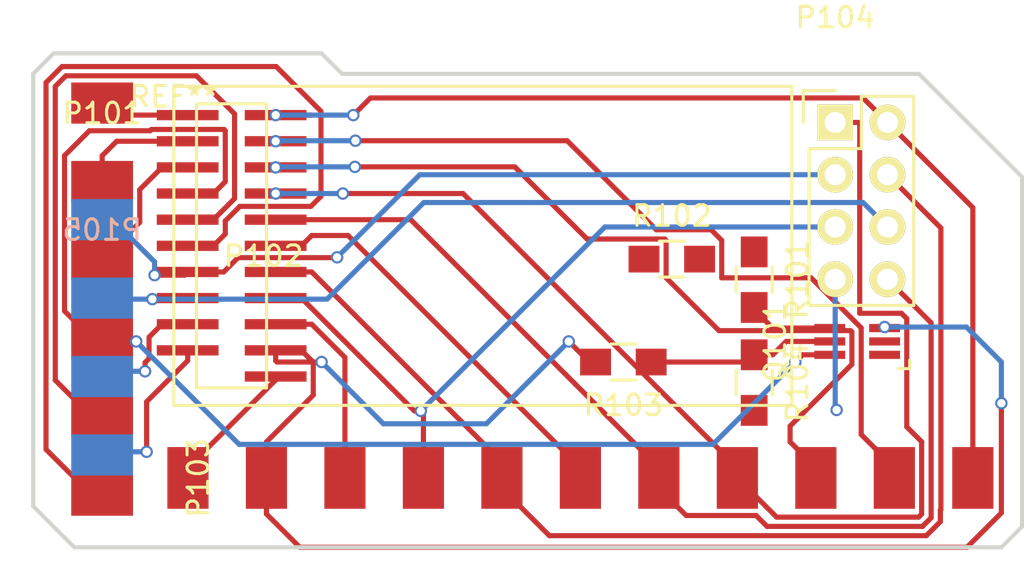
<source format=kicad_pcb>
(kicad_pcb (version 4) (host pcbnew 4.0.5)

  (general
    (links 39)
    (no_connects 7)
    (area 139.314867 99.2842 189.100001 127.664533)
    (thickness 1.6)
    (drawings 10)
    (tracks 231)
    (zones 0)
    (modules 11)
    (nets 26)
  )

  (page A4)
  (layers
    (0 F.Cu signal)
    (31 B.Cu signal)
    (32 B.Adhes user)
    (33 F.Adhes user)
    (34 B.Paste user)
    (35 F.Paste user)
    (36 B.SilkS user)
    (37 F.SilkS user)
    (38 B.Mask user)
    (39 F.Mask user)
    (40 Dwgs.User user)
    (41 Cmts.User user)
    (42 Eco1.User user)
    (43 Eco2.User user)
    (44 Edge.Cuts user)
    (45 Margin user)
    (46 B.CrtYd user)
    (47 F.CrtYd user)
    (48 B.Fab user)
    (49 F.Fab user)
  )

  (setup
    (last_trace_width 0.25)
    (trace_clearance 0.2)
    (zone_clearance 0.508)
    (zone_45_only no)
    (trace_min 0.2)
    (segment_width 0.2)
    (edge_width 0.2)
    (via_size 0.6)
    (via_drill 0.4)
    (via_min_size 0.4)
    (via_min_drill 0.3)
    (uvia_size 0.3)
    (uvia_drill 0.1)
    (uvias_allowed no)
    (uvia_min_size 0.2)
    (uvia_min_drill 0.1)
    (pcb_text_width 0.3)
    (pcb_text_size 1.5 1.5)
    (mod_edge_width 0.15)
    (mod_text_size 1 1)
    (mod_text_width 0.15)
    (pad_size 1.524 1.524)
    (pad_drill 0.762)
    (pad_to_mask_clearance 0.2)
    (aux_axis_origin 0 0)
    (visible_elements FFFFFF7F)
    (pcbplotparams
      (layerselection 0x00030_80000001)
      (usegerberextensions false)
      (excludeedgelayer true)
      (linewidth 0.100000)
      (plotframeref false)
      (viasonmask false)
      (mode 1)
      (useauxorigin false)
      (hpglpennumber 1)
      (hpglpenspeed 20)
      (hpglpendiameter 15)
      (hpglpenoverlay 2)
      (psnegative false)
      (psa4output false)
      (plotreference true)
      (plotvalue true)
      (plotinvisibletext false)
      (padsonsilk false)
      (subtractmaskfromsilk false)
      (outputformat 1)
      (mirror false)
      (drillshape 1)
      (scaleselection 1)
      (outputdirectory ""))
  )

  (net 0 "")
  (net 1 /Hall1)
  (net 2 /TrackR)
  (net 3 /Hall2)
  (net 4 /TrackL)
  (net 5 /Hall3)
  (net 6 /Motor1)
  (net 7 /TBClock)
  (net 8 /Motor2)
  (net 9 /TBData)
  (net 10 /Motor3)
  (net 11 /F0_r_y)
  (net 12 /Plus)
  (net 13 /F0_f_w)
  (net 14 /Aux1)
  (net 15 /Speak1)
  (net 16 /Aux2)
  (net 17 /Speak2)
  (net 18 /Vcc)
  (net 19 "Net-(P101-Pad4)")
  (net 20 GND)
  (net 21 /Aux4_ttl)
  (net 22 /Aux3_ttl)
  (net 23 "Net-(P103-Pad2)")
  (net 24 "Net-(Q101-Pad2)")
  (net 25 "Net-(Q101-Pad5)")

  (net_class Default "This is the default net class."
    (clearance 0.2)
    (trace_width 0.25)
    (via_dia 0.6)
    (via_drill 0.4)
    (uvia_dia 0.3)
    (uvia_drill 0.1)
    (add_net /Aux1)
    (add_net /Aux2)
    (add_net /Aux3_ttl)
    (add_net /Aux4_ttl)
    (add_net /F0_f_w)
    (add_net /F0_r_y)
    (add_net /Hall1)
    (add_net /Hall2)
    (add_net /Hall3)
    (add_net /Plus)
    (add_net /Speak1)
    (add_net /Speak2)
    (add_net /TBClock)
    (add_net /TBData)
    (add_net "Net-(P101-Pad4)")
    (add_net "Net-(P103-Pad2)")
    (add_net "Net-(Q101-Pad2)")
    (add_net "Net-(Q101-Pad5)")
  )

  (net_class Power ""
    (clearance 0.2)
    (trace_width 0.6)
    (via_dia 0.6)
    (via_drill 0.4)
    (uvia_dia 0.3)
    (uvia_drill 0.1)
    (add_net /Motor1)
    (add_net /Motor2)
    (add_net /Motor3)
    (add_net /TrackL)
    (add_net /TrackR)
    (add_net /Vcc)
    (add_net GND)
  )

  (module Other:21MTC_decoder_outline (layer F.Cu) (tedit 566E788D) (tstamp 566E7AEA)
    (at 147.828 103.6066)
    (fp_text reference REF** (at 0 0.5) (layer F.SilkS)
      (effects (font (size 1 1) (thickness 0.15)))
    )
    (fp_text value 21MTC_decoder (at 0 -0.5) (layer F.Fab)
      (effects (font (size 1 1) (thickness 0.15)))
    )
    (fp_line (start 1.1 14.65) (end 1.1 0.85) (layer F.SilkS) (width 0.15))
    (fp_line (start 4.5 14.65) (end 1.1 14.65) (layer F.SilkS) (width 0.15))
    (fp_line (start 4.5 0.85) (end 4.5 14.65) (layer F.SilkS) (width 0.15))
    (fp_line (start 1.1 0.85) (end 4.5 0.85) (layer F.SilkS) (width 0.15))
    (fp_line (start 0 15.5) (end 0 0) (layer F.SilkS) (width 0.15))
    (fp_line (start 30 15.5) (end 0 15.5) (layer F.SilkS) (width 0.15))
    (fp_line (start 30 0) (end 30 15.5) (layer F.SilkS) (width 0.15))
    (fp_line (start 0 0) (end 30 0) (layer F.SilkS) (width 0.15))
  )

  (module Connectors:Pin_Header_Straight_2x11_1.27_smd (layer F.Cu) (tedit 566E7477) (tstamp 566E76D2)
    (at 148.5011 105.0036)
    (tags 21MTC)
    (path /566E6894)
    (fp_text reference P102 (at 3.683 6.85) (layer F.SilkS)
      (effects (font (size 1 1) (thickness 0.15)))
    )
    (fp_text value CONN_02X11 (at 3.683 5.85) (layer F.Fab)
      (effects (font (size 1 1) (thickness 0.15)))
    )
    (pad 1 smd rect (at 0 0) (size 3 0.5) (layers F.Cu F.Paste F.Mask)
      (net 1 /Hall1))
    (pad 2 smd rect (at 4.27 0) (size 3 0.5) (layers F.Cu F.Paste F.Mask)
      (net 2 /TrackR))
    (pad 3 smd rect (at 0 1.27) (size 3 0.5) (layers F.Cu F.Paste F.Mask)
      (net 3 /Hall2))
    (pad 4 smd rect (at 4.27 1.27) (size 3 0.5) (layers F.Cu F.Paste F.Mask)
      (net 4 /TrackL))
    (pad 5 smd rect (at 0 2.54) (size 3 0.5) (layers F.Cu F.Paste F.Mask)
      (net 5 /Hall3))
    (pad 6 smd rect (at 4.27 2.54) (size 3 0.5) (layers F.Cu F.Paste F.Mask)
      (net 20 GND))
    (pad 7 smd rect (at 0 3.81) (size 3 0.5) (layers F.Cu F.Paste F.Mask)
      (net 21 /Aux4_ttl))
    (pad 8 smd rect (at 4.27 3.81) (size 3 0.5) (layers F.Cu F.Paste F.Mask)
      (net 6 /Motor1))
    (pad 9 smd rect (at 0 5.08) (size 3 0.5) (layers F.Cu F.Paste F.Mask)
      (net 7 /TBClock))
    (pad 10 smd rect (at 4.27 5.08) (size 3 0.5) (layers F.Cu F.Paste F.Mask)
      (net 8 /Motor2))
    (pad 11 smd rect (at 0 6.35) (size 3 0.5) (layers F.Cu F.Paste F.Mask)
      (net 9 /TBData))
    (pad 12 smd rect (at 4.27 6.35) (size 3 0.5) (layers F.Cu F.Paste F.Mask)
      (net 10 /Motor3))
    (pad 13 smd rect (at 0 7.62) (size 3 0.5) (layers F.Cu F.Paste F.Mask)
      (net 11 /F0_r_y))
    (pad 14 smd rect (at 4.27 7.62) (size 3 0.5) (layers F.Cu F.Paste F.Mask)
      (net 12 /Plus))
    (pad 15 smd rect (at 0 8.89) (size 3 0.5) (layers F.Cu F.Paste F.Mask)
      (net 13 /F0_f_w))
    (pad 16 smd rect (at 4.27 8.89) (size 3 0.5) (layers F.Cu F.Paste F.Mask)
      (net 14 /Aux1))
    (pad 17 smd rect (at 0 10.16) (size 3 0.5) (layers F.Cu F.Paste F.Mask)
      (net 15 /Speak1))
    (pad 18 smd rect (at 4.27 10.16) (size 3 0.5) (layers F.Cu F.Paste F.Mask)
      (net 16 /Aux2))
    (pad 19 smd rect (at 0 11.43) (size 3 0.5) (layers F.Cu F.Paste F.Mask)
      (net 17 /Speak2))
    (pad 20 smd rect (at 4.27 11.43) (size 3 0.5) (layers F.Cu F.Paste F.Mask)
      (net 22 /Aux3_ttl))
    (pad 22 smd rect (at 4.27 12.7) (size 3 0.5) (layers F.Cu F.Paste F.Mask)
      (net 18 /Vcc))
  )

  (module Pin_Headers:Pin_Header_Straight_2x04 (layer F.Cu) (tedit 0) (tstamp 566E76DE)
    (at 179.9336 105.3592)
    (descr "Through hole pin header")
    (tags "pin header")
    (path /566E7061)
    (fp_text reference P104 (at 0 -5.1) (layer F.SilkS)
      (effects (font (size 1 1) (thickness 0.15)))
    )
    (fp_text value CONN_02X04 (at 0 -3.1) (layer F.Fab)
      (effects (font (size 1 1) (thickness 0.15)))
    )
    (fp_line (start -1.75 -1.75) (end -1.75 9.4) (layer F.CrtYd) (width 0.05))
    (fp_line (start 4.3 -1.75) (end 4.3 9.4) (layer F.CrtYd) (width 0.05))
    (fp_line (start -1.75 -1.75) (end 4.3 -1.75) (layer F.CrtYd) (width 0.05))
    (fp_line (start -1.75 9.4) (end 4.3 9.4) (layer F.CrtYd) (width 0.05))
    (fp_line (start -1.27 1.27) (end -1.27 8.89) (layer F.SilkS) (width 0.15))
    (fp_line (start -1.27 8.89) (end 3.81 8.89) (layer F.SilkS) (width 0.15))
    (fp_line (start 3.81 8.89) (end 3.81 -1.27) (layer F.SilkS) (width 0.15))
    (fp_line (start 3.81 -1.27) (end 1.27 -1.27) (layer F.SilkS) (width 0.15))
    (fp_line (start 0 -1.55) (end -1.55 -1.55) (layer F.SilkS) (width 0.15))
    (fp_line (start 1.27 -1.27) (end 1.27 1.27) (layer F.SilkS) (width 0.15))
    (fp_line (start 1.27 1.27) (end -1.27 1.27) (layer F.SilkS) (width 0.15))
    (fp_line (start -1.55 -1.55) (end -1.55 0) (layer F.SilkS) (width 0.15))
    (pad 1 thru_hole rect (at 0 0) (size 1.7272 1.7272) (drill 1.016) (layers *.Cu *.Mask F.SilkS)
      (net 6 /Motor1))
    (pad 2 thru_hole oval (at 2.54 0) (size 1.7272 1.7272) (drill 1.016) (layers *.Cu *.Mask F.SilkS)
      (net 2 /TrackR))
    (pad 3 thru_hole oval (at 0 2.54) (size 1.7272 1.7272) (drill 1.016) (layers *.Cu *.Mask F.SilkS)
      (net 11 /F0_r_y))
    (pad 4 thru_hole oval (at 2.54 2.54) (size 1.7272 1.7272) (drill 1.016) (layers *.Cu *.Mask F.SilkS)
      (net 12 /Plus))
    (pad 5 thru_hole oval (at 0 5.08) (size 1.7272 1.7272) (drill 1.016) (layers *.Cu *.Mask F.SilkS)
      (net 14 /Aux1))
    (pad 6 thru_hole oval (at 2.54 5.08) (size 1.7272 1.7272) (drill 1.016) (layers *.Cu *.Mask F.SilkS)
      (net 13 /F0_f_w))
    (pad 7 thru_hole oval (at 0 7.62) (size 1.7272 1.7272) (drill 1.016) (layers *.Cu *.Mask F.SilkS)
      (net 4 /TrackL))
    (pad 8 thru_hole oval (at 2.54 7.62) (size 1.7272 1.7272) (drill 1.016) (layers *.Cu *.Mask F.SilkS)
      (net 8 /Motor2))
    (model Pin_Headers.3dshapes/Pin_Header_Straight_2x04.wrl
      (at (xyz 0.05 -0.15 0))
      (scale (xyz 1 1 1))
      (rotate (xyz 0 0 90))
    )
  )

  (module Connectors:solderpads_1x11_2mm (layer F.Cu) (tedit 566E7C57) (tstamp 566E7D75)
    (at 148.5138 122.6312 90)
    (path /566E68B8)
    (fp_text reference P103 (at 0 0.5 90) (layer F.SilkS)
      (effects (font (size 1 1) (thickness 0.15)))
    )
    (fp_text value CONN_01X11 (at 0 -0.5 90) (layer F.Fab)
      (effects (font (size 1 1) (thickness 0.15)))
    )
    (pad 1 smd rect (at 0 0 90) (size 3 2) (layers F.Cu F.Paste F.Mask)
      (net 18 /Vcc))
    (pad 2 smd rect (at 0 3.81 90) (size 3 2) (layers F.Cu F.Paste F.Mask)
      (net 23 "Net-(P103-Pad2)"))
    (pad 3 smd rect (at 0 7.62 90) (size 3 2) (layers F.Cu F.Paste F.Mask)
      (net 16 /Aux2))
    (pad 4 smd rect (at 0 11.43 90) (size 3 2) (layers F.Cu F.Paste F.Mask)
      (net 14 /Aux1))
    (pad 5 smd rect (at 0 15.24 90) (size 3 2) (layers F.Cu F.Paste F.Mask)
      (net 12 /Plus))
    (pad 6 smd rect (at 0 19.05 90) (size 3 2) (layers F.Cu F.Paste F.Mask)
      (net 10 /Motor3))
    (pad 7 smd rect (at 0 22.86 90) (size 3 2) (layers F.Cu F.Paste F.Mask)
      (net 8 /Motor2))
    (pad 8 smd rect (at 0 26.67 90) (size 3 2) (layers F.Cu F.Paste F.Mask)
      (net 6 /Motor1))
    (pad 9 smd rect (at 0 30.48 90) (size 3 2) (layers F.Cu F.Paste F.Mask)
      (net 20 GND))
    (pad 10 smd rect (at 0 34.29 90) (size 3 2) (layers F.Cu F.Paste F.Mask)
      (net 4 /TrackL))
    (pad 11 smd rect (at 0 38.1 90) (size 3 2) (layers F.Cu F.Paste F.Mask)
      (net 2 /TrackR))
  )

  (module Connectors:solderpads_1x06_2mm (layer F.Cu) (tedit 566EB87B) (tstamp 566EBA05)
    (at 144.3482 104.4194)
    (path /566EB905)
    (fp_text reference P101 (at 0 0.5) (layer F.SilkS)
      (effects (font (size 1 1) (thickness 0.15)))
    )
    (fp_text value CONN_01X06 (at 0 -0.5) (layer F.Fab)
      (effects (font (size 1 1) (thickness 0.15)))
    )
    (pad 1 smd rect (at 0 0) (size 3 2) (layers F.Cu F.Paste F.Mask)
      (net 1 /Hall1))
    (pad 2 smd rect (at 0 3.81) (size 3 2) (layers F.Cu F.Paste F.Mask)
      (net 3 /Hall2))
    (pad 3 smd rect (at 0 7.62) (size 3 2) (layers F.Cu F.Paste F.Mask)
      (net 5 /Hall3))
    (pad 4 smd rect (at 0 11.43) (size 3 2) (layers F.Cu F.Paste F.Mask)
      (net 19 "Net-(P101-Pad4)"))
    (pad 5 smd rect (at 0 15.24) (size 3 2) (layers F.Cu F.Paste F.Mask)
      (net 7 /TBClock))
    (pad 6 smd rect (at 0 19.05) (size 3 2) (layers F.Cu F.Paste F.Mask)
      (net 9 /TBData))
  )

  (module Connectors:solderpads_1x04_2mm (layer B.Cu) (tedit 566EB8A3) (tstamp 566EBA15)
    (at 144.3482 110.0836 180)
    (path /566EB947)
    (fp_text reference P105 (at 0 -0.5 180) (layer B.SilkS)
      (effects (font (size 1 1) (thickness 0.15)) (justify mirror))
    )
    (fp_text value CONN_01X04 (at 0 0.5 180) (layer B.Fab)
      (effects (font (size 1 1) (thickness 0.15)) (justify mirror))
    )
    (pad 1 smd rect (at 0 0 180) (size 3 2) (layers B.Cu B.Paste B.Mask)
      (net 11 /F0_r_y))
    (pad 2 smd rect (at 0 -3.81 180) (size 3 2) (layers B.Cu B.Paste B.Mask)
      (net 13 /F0_f_w))
    (pad 3 smd rect (at 0 -7.62 180) (size 3 2) (layers B.Cu B.Paste B.Mask)
      (net 15 /Speak1))
    (pad 4 smd rect (at 0 -11.43 180) (size 3 2) (layers B.Cu B.Paste B.Mask)
      (net 17 /Speak2))
  )

  (module Housings_SOT-23_SOT-143_TSOT-6:SC-70-6_Handsoldering (layer F.Cu) (tedit 54E926FA) (tstamp 5673213E)
    (at 181 116 90)
    (descr "SC-70-6, Handsoldering,")
    (tags "SC-70-6, Handsoldering,")
    (path /56717E2C)
    (attr smd)
    (fp_text reference Q101 (at -0.02032 -3.98018 90) (layer F.SilkS)
      (effects (font (size 1 1) (thickness 0.15)))
    )
    (fp_text value NTJD4401N (at -0.23876 4.11988 90) (layer F.Fab)
      (effects (font (size 1 1) (thickness 0.15)))
    )
    (fp_line (start -1.3208 1.97866) (end -1.3208 2.54762) (layer F.SilkS) (width 0.15))
    (fp_line (start -1.3208 2.54762) (end -0.90932 2.54762) (layer F.SilkS) (width 0.15))
    (pad 1 smd rect (at -0.65024 1.33096 90) (size 0.39878 1.50114) (layers F.Cu F.Paste F.Mask)
      (net 20 GND))
    (pad 2 smd rect (at 0 1.33096 90) (size 0.39878 1.50114) (layers F.Cu F.Paste F.Mask)
      (net 24 "Net-(Q101-Pad2)"))
    (pad 3 smd rect (at 0.65024 1.33096 90) (size 0.39878 1.50114) (layers F.Cu F.Paste F.Mask)
      (net 23 "Net-(P103-Pad2)"))
    (pad 4 smd rect (at 0.65024 -1.33096 90) (size 0.39878 1.50114) (layers F.Cu F.Paste F.Mask)
      (net 20 GND))
    (pad 5 smd rect (at 0 -1.33096 90) (size 0.39878 1.50114) (layers F.Cu F.Paste F.Mask)
      (net 25 "Net-(Q101-Pad5)"))
    (pad 6 smd rect (at -0.65024 -1.33096 90) (size 0.39878 1.50114) (layers F.Cu F.Paste F.Mask)
      (net 19 "Net-(P101-Pad4)"))
    (model Housings_SOT-23_SOT-143_TSOT-6.3dshapes/SC-70-6_Handsoldering.wrl
      (at (xyz 0 0 0))
      (scale (xyz 1 1 1))
      (rotate (xyz 0 0 0))
    )
  )

  (module Resistors_SMD:R_0805_HandSoldering (layer F.Cu) (tedit 54189DEE) (tstamp 56732144)
    (at 176 113 270)
    (descr "Resistor SMD 0805, hand soldering")
    (tags "resistor 0805")
    (path /567320E9)
    (attr smd)
    (fp_text reference R101 (at 0 -2.1 270) (layer F.SilkS)
      (effects (font (size 1 1) (thickness 0.15)))
    )
    (fp_text value R (at 0 2.1 270) (layer F.Fab)
      (effects (font (size 1 1) (thickness 0.15)))
    )
    (fp_line (start -2.4 -1) (end 2.4 -1) (layer F.CrtYd) (width 0.05))
    (fp_line (start -2.4 1) (end 2.4 1) (layer F.CrtYd) (width 0.05))
    (fp_line (start -2.4 -1) (end -2.4 1) (layer F.CrtYd) (width 0.05))
    (fp_line (start 2.4 -1) (end 2.4 1) (layer F.CrtYd) (width 0.05))
    (fp_line (start 0.6 0.875) (end -0.6 0.875) (layer F.SilkS) (width 0.15))
    (fp_line (start -0.6 -0.875) (end 0.6 -0.875) (layer F.SilkS) (width 0.15))
    (pad 1 smd rect (at -1.35 0 270) (size 1.5 1.3) (layers F.Cu F.Paste F.Mask)
      (net 24 "Net-(Q101-Pad2)"))
    (pad 2 smd rect (at 1.35 0 270) (size 1.5 1.3) (layers F.Cu F.Paste F.Mask)
      (net 20 GND))
    (model Resistors_SMD.3dshapes/R_0805_HandSoldering.wrl
      (at (xyz 0 0 0))
      (scale (xyz 1 1 1))
      (rotate (xyz 0 0 0))
    )
  )

  (module Resistors_SMD:R_0805_HandSoldering (layer F.Cu) (tedit 54189DEE) (tstamp 5673214A)
    (at 172 112)
    (descr "Resistor SMD 0805, hand soldering")
    (tags "resistor 0805")
    (path /5673208D)
    (attr smd)
    (fp_text reference R102 (at 0 -2.1) (layer F.SilkS)
      (effects (font (size 1 1) (thickness 0.15)))
    )
    (fp_text value R (at 0 2.1) (layer F.Fab)
      (effects (font (size 1 1) (thickness 0.15)))
    )
    (fp_line (start -2.4 -1) (end 2.4 -1) (layer F.CrtYd) (width 0.05))
    (fp_line (start -2.4 1) (end 2.4 1) (layer F.CrtYd) (width 0.05))
    (fp_line (start -2.4 -1) (end -2.4 1) (layer F.CrtYd) (width 0.05))
    (fp_line (start 2.4 -1) (end 2.4 1) (layer F.CrtYd) (width 0.05))
    (fp_line (start 0.6 0.875) (end -0.6 0.875) (layer F.SilkS) (width 0.15))
    (fp_line (start -0.6 -0.875) (end 0.6 -0.875) (layer F.SilkS) (width 0.15))
    (pad 1 smd rect (at -1.35 0) (size 1.5 1.3) (layers F.Cu F.Paste F.Mask)
      (net 21 /Aux4_ttl))
    (pad 2 smd rect (at 1.35 0) (size 1.5 1.3) (layers F.Cu F.Paste F.Mask)
      (net 24 "Net-(Q101-Pad2)"))
    (model Resistors_SMD.3dshapes/R_0805_HandSoldering.wrl
      (at (xyz 0 0 0))
      (scale (xyz 1 1 1))
      (rotate (xyz 0 0 0))
    )
  )

  (module Resistors_SMD:R_0805_HandSoldering (layer F.Cu) (tedit 54189DEE) (tstamp 56732150)
    (at 169.65 117 180)
    (descr "Resistor SMD 0805, hand soldering")
    (tags "resistor 0805")
    (path /5673205A)
    (attr smd)
    (fp_text reference R103 (at 0 -2.1 180) (layer F.SilkS)
      (effects (font (size 1 1) (thickness 0.15)))
    )
    (fp_text value R (at 0 2.1 180) (layer F.Fab)
      (effects (font (size 1 1) (thickness 0.15)))
    )
    (fp_line (start -2.4 -1) (end 2.4 -1) (layer F.CrtYd) (width 0.05))
    (fp_line (start -2.4 1) (end 2.4 1) (layer F.CrtYd) (width 0.05))
    (fp_line (start -2.4 -1) (end -2.4 1) (layer F.CrtYd) (width 0.05))
    (fp_line (start 2.4 -1) (end 2.4 1) (layer F.CrtYd) (width 0.05))
    (fp_line (start 0.6 0.875) (end -0.6 0.875) (layer F.SilkS) (width 0.15))
    (fp_line (start -0.6 -0.875) (end 0.6 -0.875) (layer F.SilkS) (width 0.15))
    (pad 1 smd rect (at -1.35 0 180) (size 1.5 1.3) (layers F.Cu F.Paste F.Mask)
      (net 25 "Net-(Q101-Pad5)"))
    (pad 2 smd rect (at 1.35 0 180) (size 1.5 1.3) (layers F.Cu F.Paste F.Mask)
      (net 22 /Aux3_ttl))
    (model Resistors_SMD.3dshapes/R_0805_HandSoldering.wrl
      (at (xyz 0 0 0))
      (scale (xyz 1 1 1))
      (rotate (xyz 0 0 0))
    )
  )

  (module Resistors_SMD:R_0805_HandSoldering (layer F.Cu) (tedit 54189DEE) (tstamp 56732156)
    (at 176 118 270)
    (descr "Resistor SMD 0805, hand soldering")
    (tags "resistor 0805")
    (path /5673211C)
    (attr smd)
    (fp_text reference R104 (at 0 -2.1 270) (layer F.SilkS)
      (effects (font (size 1 1) (thickness 0.15)))
    )
    (fp_text value R (at 0 2.1 270) (layer F.Fab)
      (effects (font (size 1 1) (thickness 0.15)))
    )
    (fp_line (start -2.4 -1) (end 2.4 -1) (layer F.CrtYd) (width 0.05))
    (fp_line (start -2.4 1) (end 2.4 1) (layer F.CrtYd) (width 0.05))
    (fp_line (start -2.4 -1) (end -2.4 1) (layer F.CrtYd) (width 0.05))
    (fp_line (start 2.4 -1) (end 2.4 1) (layer F.CrtYd) (width 0.05))
    (fp_line (start 0.6 0.875) (end -0.6 0.875) (layer F.SilkS) (width 0.15))
    (fp_line (start -0.6 -0.875) (end 0.6 -0.875) (layer F.SilkS) (width 0.15))
    (pad 1 smd rect (at -1.35 0 270) (size 1.5 1.3) (layers F.Cu F.Paste F.Mask)
      (net 25 "Net-(Q101-Pad5)"))
    (pad 2 smd rect (at 1.35 0 270) (size 1.5 1.3) (layers F.Cu F.Paste F.Mask)
      (net 20 GND))
    (model Resistors_SMD.3dshapes/R_0805_HandSoldering.wrl
      (at (xyz 0 0 0))
      (scale (xyz 1 1 1))
      (rotate (xyz 0 0 0))
    )
  )

  (gr_line (start 141 103) (end 142 102) (layer Edge.Cuts) (width 0.2))
  (gr_line (start 141 124) (end 141 103) (layer Edge.Cuts) (width 0.2))
  (gr_line (start 143 126) (end 141 124) (layer Edge.Cuts) (width 0.2))
  (gr_line (start 188 126) (end 143 126) (layer Edge.Cuts) (width 0.2))
  (gr_line (start 189 125) (end 188 126) (layer Edge.Cuts) (width 0.2))
  (gr_line (start 189 108) (end 189 125) (layer Edge.Cuts) (width 0.2))
  (gr_line (start 184 103) (end 189 108) (layer Edge.Cuts) (width 0.2))
  (gr_line (start 156 103) (end 184 103) (layer Edge.Cuts) (width 0.2))
  (gr_line (start 155 102) (end 156 103) (layer Edge.Cuts) (width 0.2))
  (gr_line (start 142 102) (end 155 102) (layer Edge.Cuts) (width 0.2))

  (segment (start 148.5011 105.0036) (end 144.9324 105.0036) (width 0.25) (layer F.Cu) (net 1))
  (segment (start 144.9324 105.0036) (end 144.3482 104.4194) (width 0.25) (layer F.Cu) (net 1))
  (segment (start 156.5402 105.0036) (end 152.7711 105.0036) (width 0.25) (layer B.Cu) (net 2))
  (via (at 152.7711 105.0036) (size 0.6) (drill 0.4) (layers F.Cu B.Cu) (net 2))
  (segment (start 181.284999 104.170599) (end 157.373201 104.170599) (width 0.25) (layer F.Cu) (net 2))
  (segment (start 157.373201 104.170599) (end 156.5402 105.0036) (width 0.25) (layer F.Cu) (net 2))
  (via (at 156.5402 105.0036) (size 0.6) (drill 0.4) (layers F.Cu B.Cu) (net 2))
  (segment (start 186.6138 122.6312) (end 186.6138 109.4994) (width 0.25) (layer F.Cu) (net 2))
  (segment (start 186.6138 109.4994) (end 182.4736 105.3592) (width 0.25) (layer F.Cu) (net 2))
  (segment (start 182.4736 105.3592) (end 181.284999 104.170599) (width 0.25) (layer F.Cu) (net 2))
  (segment (start 154.5211 105.0036) (end 152.7711 105.0036) (width 0.25) (layer F.Cu) (net 2))
  (segment (start 148.5011 106.2736) (end 145.054 106.2736) (width 0.25) (layer F.Cu) (net 3))
  (segment (start 145.054 106.2736) (end 144.3482 106.9794) (width 0.25) (layer F.Cu) (net 3))
  (segment (start 144.3482 106.9794) (end 144.3482 108.2294) (width 0.25) (layer F.Cu) (net 3))
  (segment (start 171.247586 110.574988) (end 166.9208 106.2482) (width 0.25) (layer F.Cu) (net 4))
  (segment (start 181.194622 120.522022) (end 181.194622 115.34038) (width 0.25) (layer F.Cu) (net 4))
  (segment (start 166.9208 106.2482) (end 156.6418 106.2482) (width 0.25) (layer F.Cu) (net 4))
  (segment (start 173.90999 110.574988) (end 171.247586 110.574988) (width 0.25) (layer F.Cu) (net 4))
  (segment (start 174.425001 111.089999) (end 173.90999 110.574988) (width 0.25) (layer F.Cu) (net 4))
  (segment (start 174.425001 112.910001) (end 174.425001 111.089999) (width 0.25) (layer F.Cu) (net 4))
  (segment (start 178.764243 112.910001) (end 174.425001 112.910001) (width 0.25) (layer F.Cu) (net 4))
  (segment (start 182.8038 122.1312) (end 181.194622 120.522022) (width 0.25) (layer F.Cu) (net 4))
  (segment (start 181.194622 115.34038) (end 178.764243 112.910001) (width 0.25) (layer F.Cu) (net 4))
  (segment (start 182.8038 122.6312) (end 182.8038 122.1312) (width 0.25) (layer F.Cu) (net 4))
  (segment (start 179.9336 112.9792) (end 179.9336 119.261) (width 0.25) (layer B.Cu) (net 4))
  (via (at 180.0018 119.3292) (size 0.6) (drill 0.4) (layers F.Cu B.Cu) (net 4))
  (segment (start 179.9336 119.261) (end 180.0018 119.3292) (width 0.25) (layer B.Cu) (net 4))
  (segment (start 156.6418 106.2482) (end 152.7965 106.2482) (width 0.25) (layer B.Cu) (net 4))
  (segment (start 152.7965 106.2482) (end 152.7711 106.2736) (width 0.25) (layer B.Cu) (net 4))
  (via (at 152.7711 106.2736) (size 0.6) (drill 0.4) (layers F.Cu B.Cu) (net 4))
  (via (at 156.6418 106.2482) (size 0.6) (drill 0.4) (layers F.Cu B.Cu) (net 4))
  (segment (start 152.7965 106.2482) (end 152.7711 106.2736) (width 0.25) (layer F.Cu) (net 4))
  (segment (start 146.173201 110.214399) (end 144.3482 112.0394) (width 0.25) (layer F.Cu) (net 5))
  (segment (start 148.5011 107.5436) (end 147.2511 107.5436) (width 0.25) (layer F.Cu) (net 5))
  (segment (start 147.2511 107.5436) (end 146.173201 108.621499) (width 0.25) (layer F.Cu) (net 5))
  (segment (start 146.173201 108.621499) (end 146.173201 110.214399) (width 0.25) (layer F.Cu) (net 5))
  (segment (start 177.0888 124.5362) (end 175.1838 122.6312) (width 0.25) (layer F.Cu) (net 6))
  (segment (start 184.128801 120.871199) (end 184.128801 124.391201) (width 0.25) (layer F.Cu) (net 6))
  (segment (start 183.406531 114.890369) (end 183.406531 120.148929) (width 0.25) (layer F.Cu) (net 6))
  (segment (start 183.14771 114.631548) (end 183.406531 114.890369) (width 0.25) (layer F.Cu) (net 6))
  (segment (start 181.122201 114.631548) (end 183.14771 114.631548) (width 0.25) (layer F.Cu) (net 6))
  (segment (start 179.9336 105.3592) (end 181.0472 105.3592) (width 0.25) (layer F.Cu) (net 6))
  (segment (start 181.122201 105.434201) (end 181.122201 114.631548) (width 0.25) (layer F.Cu) (net 6))
  (segment (start 181.0472 105.3592) (end 181.122201 105.434201) (width 0.25) (layer F.Cu) (net 6))
  (segment (start 183.406531 120.148929) (end 184.128801 120.871199) (width 0.25) (layer F.Cu) (net 6))
  (segment (start 183.983802 124.5362) (end 177.0888 124.5362) (width 0.25) (layer F.Cu) (net 6))
  (segment (start 184.128801 124.391201) (end 183.983802 124.5362) (width 0.25) (layer F.Cu) (net 6))
  (segment (start 175.1838 122.1312) (end 173.5582 120.5056) (width 0.25) (layer F.Cu) (net 6))
  (segment (start 173.5582 120.5056) (end 161.8662 108.8136) (width 0.25) (layer F.Cu) (net 6))
  (segment (start 156.0322 108.8136) (end 152.7711 108.8136) (width 0.25) (layer B.Cu) (net 6))
  (via (at 152.7711 108.8136) (size 0.6) (drill 0.4) (layers F.Cu B.Cu) (net 6))
  (segment (start 175.1838 122.6312) (end 175.1838 122.1312) (width 0.25) (layer F.Cu) (net 6))
  (segment (start 161.8662 108.8136) (end 156.0322 108.8136) (width 0.25) (layer F.Cu) (net 6))
  (via (at 156.0322 108.8136) (size 0.6) (drill 0.4) (layers F.Cu B.Cu) (net 6))
  (segment (start 150.776111 109.058589) (end 150.776111 104.943609) (width 0.25) (layer F.Cu) (net 7))
  (segment (start 142.073189 117.884389) (end 143.8482 119.6594) (width 0.25) (layer F.Cu) (net 7))
  (segment (start 149.7511 110.0836) (end 150.776111 109.058589) (width 0.25) (layer F.Cu) (net 7))
  (segment (start 143.8482 119.6594) (end 144.3482 119.6594) (width 0.25) (layer F.Cu) (net 7))
  (segment (start 148.926901 103.094399) (end 142.588199 103.094399) (width 0.25) (layer F.Cu) (net 7))
  (segment (start 142.073189 103.609409) (end 142.073189 117.884389) (width 0.25) (layer F.Cu) (net 7))
  (segment (start 148.5011 110.0836) (end 149.7511 110.0836) (width 0.25) (layer F.Cu) (net 7))
  (segment (start 150.776111 104.943609) (end 148.926901 103.094399) (width 0.25) (layer F.Cu) (net 7))
  (segment (start 142.588199 103.094399) (end 142.073189 103.609409) (width 0.25) (layer F.Cu) (net 7))
  (segment (start 171.3738 123.1312) (end 171.3738 122.6312) (width 0.25) (layer F.Cu) (net 8))
  (segment (start 176.623 124.986211) (end 176.09299 124.456201) (width 0.25) (layer F.Cu) (net 8))
  (segment (start 184.170202 124.986211) (end 176.623 124.986211) (width 0.25) (layer F.Cu) (net 8))
  (segment (start 184.588989 124.567424) (end 184.170202 124.986211) (width 0.25) (layer F.Cu) (net 8))
  (segment (start 184.588989 115.094589) (end 184.588989 124.567424) (width 0.25) (layer F.Cu) (net 8))
  (segment (start 182.4736 112.9792) (end 184.588989 115.094589) (width 0.25) (layer F.Cu) (net 8))
  (segment (start 176.09299 124.456201) (end 172.698801 124.456201) (width 0.25) (layer F.Cu) (net 8))
  (segment (start 172.698801 124.456201) (end 171.3738 123.1312) (width 0.25) (layer F.Cu) (net 8))
  (segment (start 171.3738 122.6312) (end 171.3738 122.1312) (width 0.25) (layer F.Cu) (net 8))
  (segment (start 159.3262 110.0836) (end 154.5211 110.0836) (width 0.25) (layer F.Cu) (net 8))
  (segment (start 171.3738 122.1312) (end 159.3262 110.0836) (width 0.25) (layer F.Cu) (net 8))
  (segment (start 154.5211 110.0836) (end 152.7711 110.0836) (width 0.25) (layer F.Cu) (net 8))
  (segment (start 143.8482 123.4694) (end 144.3482 123.4694) (width 0.25) (layer F.Cu) (net 9))
  (segment (start 150.326101 110.778599) (end 150.326101 110.145009) (width 0.25) (layer F.Cu) (net 9))
  (segment (start 141.623179 121.244379) (end 143.8482 123.4694) (width 0.25) (layer F.Cu) (net 9))
  (segment (start 141.623179 103.423009) (end 141.623179 121.244379) (width 0.25) (layer F.Cu) (net 9))
  (segment (start 142.401798 102.64439) (end 141.623179 103.423009) (width 0.25) (layer F.Cu) (net 9))
  (segment (start 154.97111 104.8172) (end 152.7983 102.64439) (width 0.25) (layer F.Cu) (net 9))
  (segment (start 154.97111 108.948592) (end 154.97111 104.8172) (width 0.25) (layer F.Cu) (net 9))
  (segment (start 154.481101 109.438601) (end 154.97111 108.948592) (width 0.25) (layer F.Cu) (net 9))
  (segment (start 149.7511 111.3536) (end 150.326101 110.778599) (width 0.25) (layer F.Cu) (net 9))
  (segment (start 151.032509 109.438601) (end 154.481101 109.438601) (width 0.25) (layer F.Cu) (net 9))
  (segment (start 152.7983 102.64439) (end 142.401798 102.64439) (width 0.25) (layer F.Cu) (net 9))
  (segment (start 150.326101 110.145009) (end 151.032509 109.438601) (width 0.25) (layer F.Cu) (net 9))
  (segment (start 148.5011 111.3536) (end 149.7511 111.3536) (width 0.25) (layer F.Cu) (net 9))
  (segment (start 154.0211 111.3536) (end 152.7711 111.3536) (width 0.25) (layer F.Cu) (net 10))
  (segment (start 156.2862 110.8536) (end 154.5211 110.8536) (width 0.25) (layer F.Cu) (net 10))
  (segment (start 167.5638 122.1312) (end 156.2862 110.8536) (width 0.25) (layer F.Cu) (net 10))
  (segment (start 154.5211 110.8536) (end 154.0211 111.3536) (width 0.25) (layer F.Cu) (net 10))
  (segment (start 167.5638 122.6312) (end 167.5638 122.1312) (width 0.25) (layer F.Cu) (net 10))
  (segment (start 155.7528 111.9124) (end 159.766 107.8992) (width 0.25) (layer B.Cu) (net 11))
  (segment (start 159.766 107.8992) (end 179.9336 107.8992) (width 0.25) (layer B.Cu) (net 11))
  (segment (start 150.946099 111.928601) (end 155.736599 111.928601) (width 0.25) (layer F.Cu) (net 11))
  (segment (start 155.736599 111.928601) (end 155.7528 111.9124) (width 0.25) (layer F.Cu) (net 11))
  (via (at 155.7528 111.9124) (size 0.6) (drill 0.4) (layers F.Cu B.Cu) (net 11))
  (segment (start 147.317839 112.780035) (end 146.893575 112.780035) (width 0.25) (layer F.Cu) (net 11))
  (segment (start 146.893575 112.355771) (end 146.893575 112.780035) (width 0.25) (layer B.Cu) (net 11))
  (segment (start 146.893575 112.128975) (end 146.893575 112.355771) (width 0.25) (layer B.Cu) (net 11))
  (segment (start 148.344665 112.780035) (end 147.317839 112.780035) (width 0.25) (layer F.Cu) (net 11))
  (segment (start 148.5011 112.6236) (end 148.344665 112.780035) (width 0.25) (layer F.Cu) (net 11))
  (segment (start 144.8482 110.0836) (end 146.893575 112.128975) (width 0.25) (layer B.Cu) (net 11))
  (via (at 146.893575 112.780035) (size 0.6) (drill 0.4) (layers F.Cu B.Cu) (net 11))
  (segment (start 144.3482 110.0836) (end 144.8482 110.0836) (width 0.25) (layer B.Cu) (net 11))
  (segment (start 150.946099 111.928601) (end 150.2511 112.6236) (width 0.25) (layer F.Cu) (net 11))
  (segment (start 150.2511 112.6236) (end 148.5011 112.6236) (width 0.25) (layer F.Cu) (net 11))
  (segment (start 184.356602 125.436221) (end 166.058821 125.436221) (width 0.25) (layer F.Cu) (net 12))
  (segment (start 166.058821 125.436221) (end 163.7538 123.1312) (width 0.25) (layer F.Cu) (net 12))
  (segment (start 163.7538 123.1312) (end 163.7538 122.6312) (width 0.25) (layer F.Cu) (net 12))
  (segment (start 185.038999 124.192203) (end 185.038998 124.753825) (width 0.25) (layer F.Cu) (net 12))
  (segment (start 185.0644 110.49) (end 185.0644 124.166802) (width 0.25) (layer F.Cu) (net 12))
  (segment (start 185.0644 124.166802) (end 185.038999 124.192203) (width 0.25) (layer F.Cu) (net 12))
  (segment (start 185.038998 124.753825) (end 184.356602 125.436221) (width 0.25) (layer F.Cu) (net 12))
  (segment (start 182.4736 107.8992) (end 185.0644 110.49) (width 0.25) (layer F.Cu) (net 12))
  (segment (start 163.7538 122.6312) (end 163.7538 121.8563) (width 0.25) (layer F.Cu) (net 12))
  (segment (start 163.7538 121.8563) (end 154.5211 112.6236) (width 0.25) (layer F.Cu) (net 12))
  (segment (start 154.5211 112.6236) (end 152.7711 112.6236) (width 0.25) (layer F.Cu) (net 12))
  (segment (start 159.964001 109.250599) (end 155.2702 113.9444) (width 0.25) (layer B.Cu) (net 13))
  (segment (start 155.2702 113.9444) (end 146.7866 113.9444) (width 0.25) (layer B.Cu) (net 13))
  (segment (start 182.4736 110.4392) (end 181.284999 109.250599) (width 0.25) (layer B.Cu) (net 13))
  (segment (start 181.284999 109.250599) (end 159.964001 109.250599) (width 0.25) (layer B.Cu) (net 13))
  (segment (start 146.7866 113.9444) (end 144.399 113.9444) (width 0.25) (layer B.Cu) (net 13))
  (segment (start 144.399 113.9444) (end 144.3482 113.8936) (width 0.25) (layer B.Cu) (net 13))
  (via (at 146.7866 113.9444) (size 0.6) (drill 0.4) (layers F.Cu B.Cu) (net 13))
  (segment (start 148.5011 113.8936) (end 146.8374 113.8936) (width 0.25) (layer F.Cu) (net 13))
  (segment (start 146.8374 113.8936) (end 146.7866 113.9444) (width 0.25) (layer F.Cu) (net 13))
  (segment (start 159.9438 122.6312) (end 159.9438 119.501629) (width 0.25) (layer F.Cu) (net 14))
  (segment (start 152.7711 113.8936) (end 154.0211 113.8936) (width 0.25) (layer F.Cu) (net 14))
  (via (at 159.817151 119.37498) (size 0.6) (drill 0.4) (layers F.Cu B.Cu) (net 14))
  (segment (start 179.9336 110.4392) (end 168.752931 110.4392) (width 0.25) (layer B.Cu) (net 14))
  (segment (start 168.752931 110.4392) (end 160.11715 119.074981) (width 0.25) (layer B.Cu) (net 14))
  (segment (start 160.11715 119.074981) (end 159.817151 119.37498) (width 0.25) (layer B.Cu) (net 14))
  (segment (start 159.9438 119.501629) (end 159.817151 119.37498) (width 0.25) (layer F.Cu) (net 14))
  (segment (start 154.0211 113.8936) (end 159.50248 119.37498) (width 0.25) (layer F.Cu) (net 14))
  (segment (start 159.50248 119.37498) (end 159.817151 119.37498) (width 0.25) (layer F.Cu) (net 14))
  (segment (start 146.431 117.025336) (end 146.431 117.4496) (width 0.25) (layer F.Cu) (net 15))
  (segment (start 146.625001 116.831335) (end 146.431 117.025336) (width 0.25) (layer F.Cu) (net 15))
  (segment (start 146.625001 115.789699) (end 146.625001 116.831335) (width 0.25) (layer F.Cu) (net 15))
  (segment (start 147.2511 115.1636) (end 146.625001 115.789699) (width 0.25) (layer F.Cu) (net 15))
  (segment (start 148.5011 115.1636) (end 147.2511 115.1636) (width 0.25) (layer F.Cu) (net 15))
  (segment (start 146.431 117.4496) (end 144.6022 117.4496) (width 0.25) (layer B.Cu) (net 15))
  (segment (start 144.6022 117.4496) (end 144.3482 117.7036) (width 0.25) (layer B.Cu) (net 15))
  (via (at 146.431 117.4496) (size 0.6) (drill 0.4) (layers F.Cu B.Cu) (net 15))
  (segment (start 154.5211 115.1636) (end 152.7711 115.1636) (width 0.25) (layer F.Cu) (net 16))
  (segment (start 156.1338 122.6312) (end 156.1338 116.7763) (width 0.25) (layer F.Cu) (net 16))
  (segment (start 156.1338 116.7763) (end 154.5211 115.1636) (width 0.25) (layer F.Cu) (net 16))
  (segment (start 146.5072 121.3612) (end 144.5006 121.3612) (width 0.25) (layer B.Cu) (net 17))
  (segment (start 144.5006 121.3612) (end 144.3482 121.5136) (width 0.25) (layer B.Cu) (net 17))
  (segment (start 148.5011 116.4336) (end 148.5011 116.9336) (width 0.25) (layer F.Cu) (net 17))
  (segment (start 146.5072 118.9275) (end 146.5072 121.3612) (width 0.25) (layer F.Cu) (net 17))
  (segment (start 148.5011 116.9336) (end 146.5072 118.9275) (width 0.25) (layer F.Cu) (net 17))
  (via (at 146.5072 121.3612) (size 0.6) (drill 0.4) (layers F.Cu B.Cu) (net 17))
  (segment (start 148.5138 122.6312) (end 148.5138 122.1312) (width 0.25) (layer F.Cu) (net 18))
  (segment (start 148.5138 122.1312) (end 152.7711 117.8739) (width 0.25) (layer F.Cu) (net 18))
  (segment (start 152.7711 117.8739) (end 152.7711 117.7036) (width 0.25) (layer F.Cu) (net 18))
  (segment (start 146 116) (end 144.4988 116) (width 0.25) (layer F.Cu) (net 19))
  (segment (start 144.4988 116) (end 144.3482 115.8494) (width 0.25) (layer F.Cu) (net 19))
  (segment (start 174 121) (end 151 121) (width 0.25) (layer B.Cu) (net 19))
  (segment (start 151 121) (end 146 116) (width 0.25) (layer B.Cu) (net 19))
  (via (at 146 116) (size 0.6) (drill 0.4) (layers F.Cu B.Cu) (net 19))
  (segment (start 178 117) (end 174 121) (width 0.25) (layer B.Cu) (net 19))
  (segment (start 179.66904 116.65024) (end 178.34976 116.65024) (width 0.25) (layer F.Cu) (net 19))
  (segment (start 178.34976 116.65024) (end 178 117) (width 0.25) (layer F.Cu) (net 19))
  (via (at 178 117) (size 0.6) (drill 0.4) (layers F.Cu B.Cu) (net 19))
  (segment (start 143.8482 115.8494) (end 144.3482 115.8494) (width 0.25) (layer F.Cu) (net 19))
  (segment (start 142.523199 106.969399) (end 142.523199 114.524399) (width 0.25) (layer F.Cu) (net 19))
  (segment (start 146.741099 105.698599) (end 146.676099 105.763599) (width 0.25) (layer F.Cu) (net 19))
  (segment (start 146.676099 105.763599) (end 143.728999 105.763599) (width 0.25) (layer F.Cu) (net 19))
  (segment (start 142.523199 114.524399) (end 143.8482 115.8494) (width 0.25) (layer F.Cu) (net 19))
  (segment (start 143.728999 105.763599) (end 142.523199 106.969399) (width 0.25) (layer F.Cu) (net 19))
  (segment (start 150.261101 105.698599) (end 146.741099 105.698599) (width 0.25) (layer F.Cu) (net 19))
  (segment (start 150.326101 105.763599) (end 150.261101 105.698599) (width 0.25) (layer F.Cu) (net 19))
  (segment (start 150.326101 108.238599) (end 150.326101 105.763599) (width 0.25) (layer F.Cu) (net 19))
  (segment (start 171.725001 111.089999) (end 171.660001 111.024999) (width 0.25) (layer F.Cu) (net 20))
  (segment (start 178.9938 122.1312) (end 177.7438 120.8812) (width 0.25) (layer F.Cu) (net 20))
  (segment (start 167.887599 111.024999) (end 164.3808 107.5182) (width 0.25) (layer F.Cu) (net 20))
  (segment (start 177.7438 120.8812) (end 177.7438 120.110442) (width 0.25) (layer F.Cu) (net 20))
  (segment (start 157.040664 107.5182) (end 156.6164 107.5182) (width 0.25) (layer F.Cu) (net 20))
  (segment (start 164.3808 107.5182) (end 157.040664 107.5182) (width 0.25) (layer F.Cu) (net 20))
  (segment (start 171.660001 111.024999) (end 167.887599 111.024999) (width 0.25) (layer F.Cu) (net 20))
  (segment (start 171.725001 112.910001) (end 171.725001 111.089999) (width 0.25) (layer F.Cu) (net 20))
  (segment (start 180.679611 115.475609) (end 174.290609 115.475609) (width 0.25) (layer F.Cu) (net 20))
  (segment (start 174.290609 115.475609) (end 171.725001 112.910001) (width 0.25) (layer F.Cu) (net 20))
  (segment (start 180.744611 115.540609) (end 180.679611 115.475609) (width 0.25) (layer F.Cu) (net 20))
  (segment (start 180.744611 117.109631) (end 180.744611 115.540609) (width 0.25) (layer F.Cu) (net 20))
  (segment (start 178.9938 122.6312) (end 178.9938 122.1312) (width 0.25) (layer F.Cu) (net 20))
  (segment (start 177.7438 120.110442) (end 180.744611 117.109631) (width 0.25) (layer F.Cu) (net 20))
  (segment (start 179.66904 115.34976) (end 176.99976 115.34976) (width 0.25) (layer F.Cu) (net 20))
  (segment (start 176.99952 115.35) (end 176.9 115.35) (width 0.25) (layer F.Cu) (net 20))
  (segment (start 176.99976 115.34976) (end 176.99952 115.35) (width 0.25) (layer F.Cu) (net 20))
  (segment (start 176.9 115.35) (end 176 114.45) (width 0.25) (layer F.Cu) (net 20))
  (segment (start 176 114.45) (end 176 114.35) (width 0.25) (layer F.Cu) (net 20))
  (segment (start 156.6164 107.5182) (end 152.7965 107.5182) (width 0.25) (layer B.Cu) (net 20))
  (segment (start 152.7965 107.5182) (end 152.7711 107.5436) (width 0.25) (layer B.Cu) (net 20))
  (via (at 152.7711 107.5436) (size 0.6) (drill 0.4) (layers F.Cu B.Cu) (net 20))
  (via (at 156.6164 107.5182) (size 0.6) (drill 0.4) (layers F.Cu B.Cu) (net 20))
  (segment (start 149.7511 108.8136) (end 150.326101 108.238599) (width 0.25) (layer F.Cu) (net 21))
  (segment (start 148.5011 108.8136) (end 149.7511 108.8136) (width 0.25) (layer F.Cu) (net 21))
  (segment (start 155 117) (end 152.8375 117) (width 0.25) (layer F.Cu) (net 22))
  (segment (start 152.8375 117) (end 152.7711 116.9336) (width 0.25) (layer F.Cu) (net 22))
  (segment (start 152.7711 116.9336) (end 152.7711 116.4336) (width 0.25) (layer F.Cu) (net 22))
  (segment (start 163 120) (end 158 120) (width 0.25) (layer B.Cu) (net 22))
  (segment (start 158 120) (end 155 117) (width 0.25) (layer B.Cu) (net 22))
  (via (at 155 117) (size 0.6) (drill 0.4) (layers F.Cu B.Cu) (net 22))
  (segment (start 167 116) (end 163 120) (width 0.25) (layer B.Cu) (net 22))
  (segment (start 168.3 117) (end 168 117) (width 0.25) (layer F.Cu) (net 22))
  (segment (start 168 117) (end 167 116) (width 0.25) (layer F.Cu) (net 22))
  (via (at 167 116) (size 0.6) (drill 0.4) (layers F.Cu B.Cu) (net 22))
  (segment (start 154.596101 117.008601) (end 154.0211 116.4336) (width 0.25) (layer F.Cu) (net 22))
  (segment (start 154.596101 118.608899) (end 154.596101 117.008601) (width 0.25) (layer F.Cu) (net 22))
  (segment (start 154.0211 116.4336) (end 152.7711 116.4336) (width 0.25) (layer F.Cu) (net 22))
  (segment (start 152.3238 120.8812) (end 154.596101 118.608899) (width 0.25) (layer F.Cu) (net 22))
  (segment (start 188 117) (end 186.300608 115.300608) (width 0.25) (layer B.Cu) (net 23))
  (via (at 182.33096 115.300608) (size 0.6) (drill 0.4) (layers F.Cu B.Cu) (net 23))
  (segment (start 186.300608 115.300608) (end 182.33096 115.300608) (width 0.25) (layer B.Cu) (net 23))
  (segment (start 188 119) (end 188 117) (width 0.25) (layer B.Cu) (net 23))
  (segment (start 153.9426 126) (end 186.330002 126) (width 0.25) (layer F.Cu) (net 23))
  (segment (start 186.330002 126) (end 188 124.330002) (width 0.25) (layer F.Cu) (net 23))
  (via (at 188 119) (size 0.6) (drill 0.4) (layers F.Cu B.Cu) (net 23))
  (segment (start 188 124.330002) (end 188 119) (width 0.25) (layer F.Cu) (net 23))
  (segment (start 152.3238 122.6312) (end 152.3238 124.3812) (width 0.25) (layer F.Cu) (net 23))
  (segment (start 152.3238 124.3812) (end 153.9426 126) (width 0.25) (layer F.Cu) (net 23))
  (segment (start 152.3238 122.6312) (end 152.3238 120.8812) (width 0.25) (layer F.Cu) (net 23))
  (segment (start 176 116.65) (end 176.9 116.65) (width 0.25) (layer F.Cu) (net 25))
  (segment (start 176.9 116.65) (end 177.55 116) (width 0.25) (layer F.Cu) (net 25))
  (segment (start 177.55 116) (end 178.66847 116) (width 0.25) (layer F.Cu) (net 25))
  (segment (start 178.66847 116) (end 179.66904 116) (width 0.25) (layer F.Cu) (net 25))
  (segment (start 175.65 117) (end 176 116.65) (width 0.25) (layer F.Cu) (net 25))
  (segment (start 171 117) (end 175.65 117) (width 0.25) (layer F.Cu) (net 25))

)

</source>
